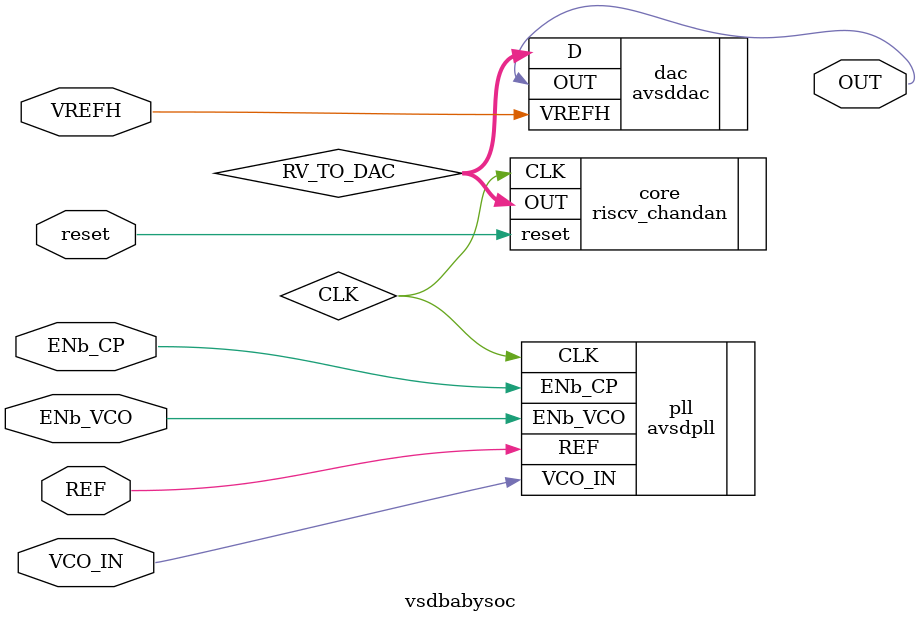
<source format=v>
module vsdbabysoc (
   output wire OUT,
   //
   input  wire reset,
   //
   input  wire VCO_IN,
   input  wire ENb_CP,
   input  wire ENb_VCO,
   input  wire REF,
   //
   // input  wire VREFL,
   input  wire VREFH
);

   wire CLK;
   wire [9:0] RV_TO_DAC;

   riscv_chandan core (
      .OUT(RV_TO_DAC),
      .CLK(CLK),
      .reset(reset)
   );

   avsdpll pll (
      .CLK(CLK),
      .VCO_IN(VCO_IN),
      .ENb_CP(ENb_CP),
      .ENb_VCO(ENb_VCO),
      .REF(REF)
   );

   avsddac dac (
      .OUT(OUT),
      .D(RV_TO_DAC),
      // .VREFL(VREFL),
      .VREFH(VREFH)
   );
   
endmodule

</source>
